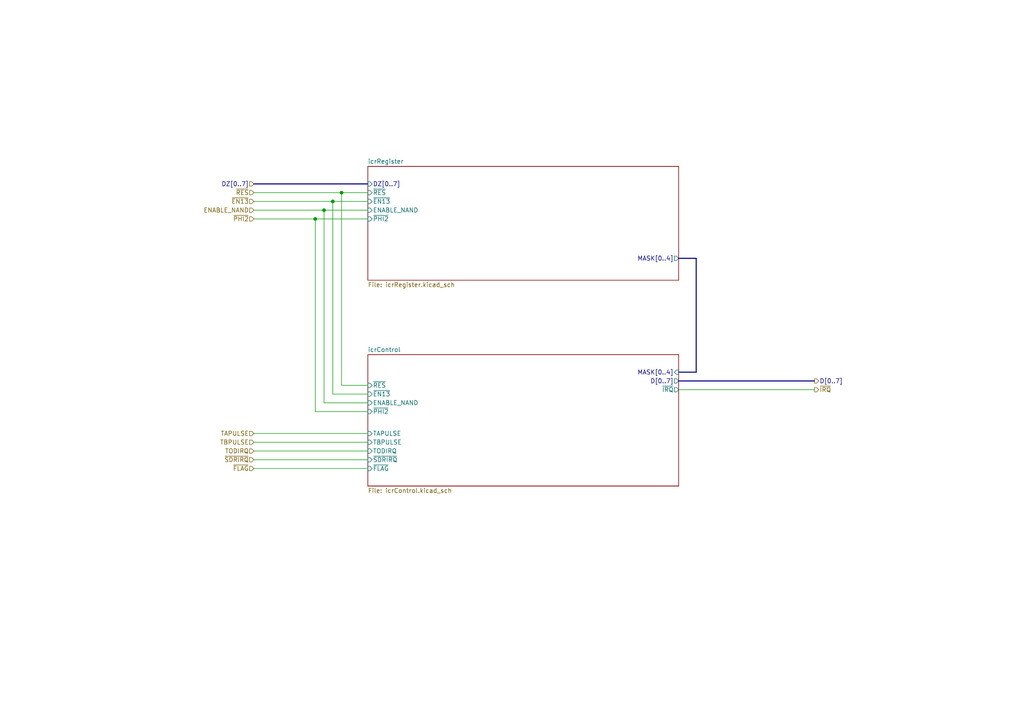
<source format=kicad_sch>
(kicad_sch (version 20211123) (generator eeschema)
  (paper "A4")
  (title_block (title "74HCT6526 Board 3") (date "2023-03-25") (rev "0.2.1") (company "Daniel Molina") (comment 1 "https://github.com/dmolinagarcia/74HCT6526"))
  (lib_symbols)
  (junction (at 96.52 58.42))
  (junction (at 93.98 60.96))
  (junction (at 91.44 63.5))
  (junction (at 99.06 55.88))
  (wire (pts (xy 96.52 58.42) (xy 106.68 58.42)))
  (wire (pts (xy 106.68 114.3) (xy 96.52 114.3)))
  (wire (pts (xy 73.66 60.96) (xy 93.98 60.96)))
  (wire (pts (xy 96.52 114.3) (xy 96.52 58.42)))
  (wire (pts (xy 99.06 111.76) (xy 99.06 55.88)))
  (wire (pts (xy 91.44 63.5) (xy 106.68 63.5)))
  (wire (pts (xy 93.98 60.96) (xy 106.68 60.96)))
  (wire (pts (xy 73.66 125.73) (xy 106.68 125.73)))
  (wire (pts (xy 73.66 58.42) (xy 96.52 58.42)))
  (wire (pts (xy 106.68 119.38) (xy 91.44 119.38)))
  (wire (pts (xy 73.66 63.5) (xy 91.44 63.5)))
  (bus (pts (xy 201.93 107.95) (xy 196.85 107.95)))
  (wire (pts (xy 106.68 111.76) (xy 99.06 111.76)))
  (bus (pts (xy 73.66 53.34) (xy 106.68 53.34)))
  (wire (pts (xy 91.44 119.38) (xy 91.44 63.5)))
  (wire (pts (xy 73.66 55.88) (xy 99.06 55.88)))
  (bus (pts (xy 201.93 74.93) (xy 201.93 107.95)))
  (wire (pts (xy 73.66 133.35) (xy 106.68 133.35)))
  (wire (pts (xy 93.98 116.84) (xy 93.98 60.96)))
  (wire (pts (xy 196.85 113.03) (xy 236.22 113.03)))
  (bus (pts (xy 196.85 74.93) (xy 201.93 74.93)))
  (wire (pts (xy 73.66 128.27) (xy 106.68 128.27)))
  (wire (pts (xy 106.68 116.84) (xy 93.98 116.84)))
  (wire (pts (xy 73.66 135.89) (xy 106.68 135.89)))
  (wire (pts (xy 99.06 55.88) (xy 106.68 55.88)))
  (wire (pts (xy 73.66 130.81) (xy 106.68 130.81)))
  (bus (pts (xy 196.85 110.49) (xy 236.22 110.49)))
  (hierarchical_label "TAPULSE" (shape input) (at 73.66 125.73 180))
  (hierarchical_label "~{PHI2}" (shape input) (at 73.66 63.5 180))
  (hierarchical_label "~{IRQ}" (shape output) (at 236.22 113.03 0))
  (hierarchical_label "~{FLAG}" (shape input) (at 73.66 135.89 180))
  (hierarchical_label "~{SDRIRQ}" (shape input) (at 73.66 133.35 180))
  (hierarchical_label "TBPULSE" (shape input) (at 73.66 128.27 180))
  (hierarchical_label "ENABLE_NAND" (shape input) (at 73.66 60.96 180))
  (hierarchical_label "~{RES}" (shape input) (at 73.66 55.88 180))
  (hierarchical_label "D[0..7]" (shape output) (at 236.22 110.49 0))
  (hierarchical_label "DZ[0..7]" (shape input) (at 73.66 53.34 180))
  (hierarchical_label "~{EN13}" (shape input) (at 73.66 58.42 180))
  (hierarchical_label "TODIRQ" (shape input) (at 73.66 130.81 180))
  (sheet (at 106.68 48.26) (size 90.17 33.02) (stroke (width 0.1524))
    (property "Sheet name" "icrRegister" (at 106.68 47.5484 0) (effects (justify left bottom)))
    (property "Sheet file" "icrRegister.kicad_sch" (at 106.68 81.8646 0) (effects (justify left top)))
    (pin "~{EN13}" input (at 106.68 58.42 180))
    (pin "ENABLE_NAND" input (at 106.68 60.96 180))
    (pin "~{RES}" input (at 106.68 55.88 180))
    (pin "~{PHI2}" input (at 106.68 63.5 180))
    (pin "DZ[0..7]" input (at 106.68 53.34 180))
    (pin "MASK[0..4]" output (at 196.85 74.93 0))
  )
  (sheet (at 106.68 102.87) (size 90.17 38.1) (stroke (width 0.1524))
    (property "Sheet name" "icrControl" (at 106.68 102.1584 0) (effects (justify left bottom)))
    (property "Sheet file" "icrControl.kicad_sch" (at 106.68 141.5546 0) (effects (justify left top)))
    (pin "ENABLE_NAND" input (at 106.68 116.84 180))
    (pin "~{PHI2}" input (at 106.68 119.38 180))
    (pin "~{EN13}" input (at 106.68 114.3 180))
    (pin "~{RES}" input (at 106.68 111.76 180))
    (pin "MASK[0..4]" input (at 196.85 107.95 0))
    (pin "TAPULSE" input (at 106.68 125.73 180))
    (pin "TBPULSE" input (at 106.68 128.27 180))
    (pin "TODIRQ" input (at 106.68 130.81 180))
    (pin "~{SDRIRQ}" input (at 106.68 133.35 180))
    (pin "~{FLAG}" input (at 106.68 135.89 180))
    (pin "D[0..7]" output (at 196.85 110.49 0))
    (pin "~{IRQ}" output (at 196.85 113.03 0))
  )
)
</source>
